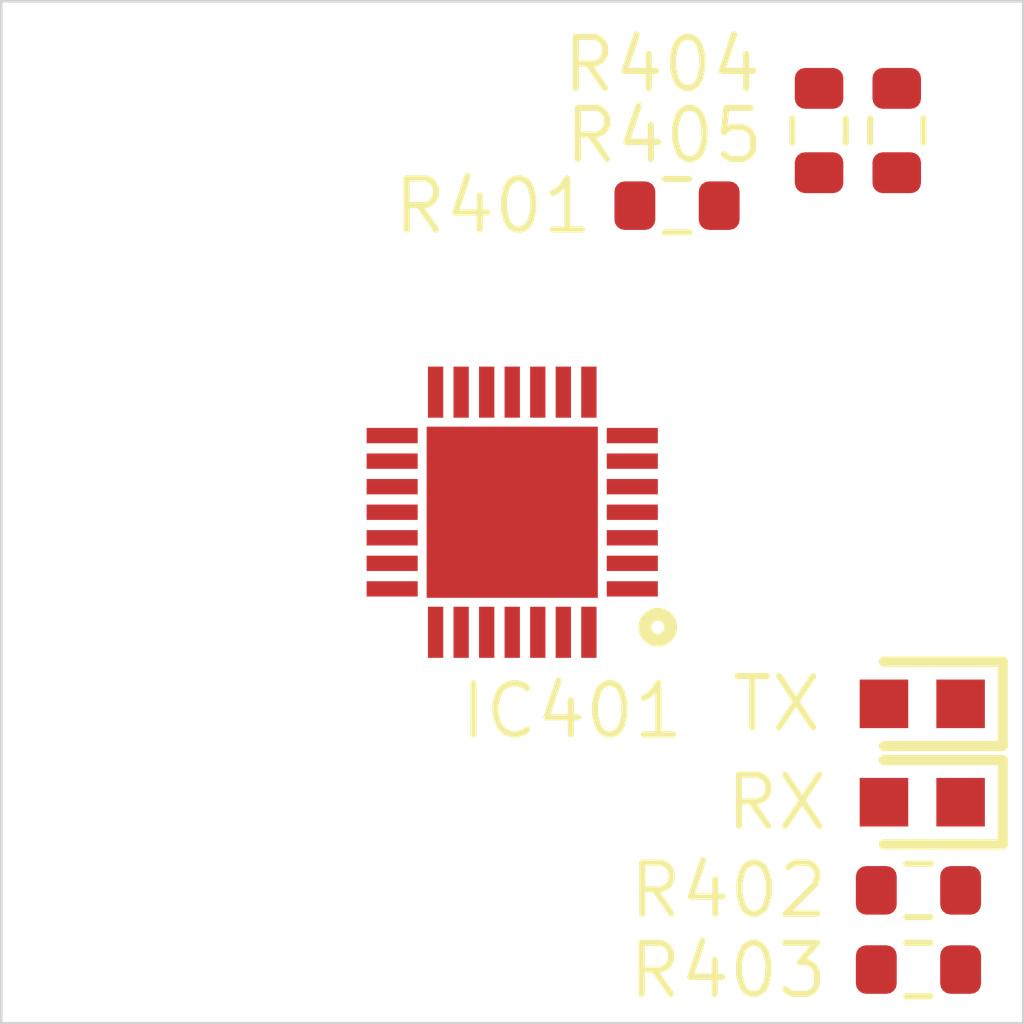
<source format=kicad_pcb>
(kicad_pcb (version 20171130) (host pcbnew 5.1.12-84ad8e8a86~92~ubuntu18.04.1)

  (general
    (thickness 1.6)
    (drawings 4)
    (tracks 0)
    (zones 0)
    (modules 8)
    (nets 31)
  )

  (page A4)
  (title_block
    (title "dual thermocouple datalogger")
    (date 2021-01-15)
    (rev v1.1a)
    (comment 3 "License: Proprietry")
    (comment 4 "Luke Vassallo")
  )

  (layers
    (0 F.Cu signal)
    (31 B.Cu signal)
    (32 B.Adhes user)
    (33 F.Adhes user)
    (34 B.Paste user)
    (35 F.Paste user)
    (36 B.SilkS user)
    (37 F.SilkS user)
    (38 B.Mask user)
    (39 F.Mask user)
    (40 Dwgs.User user)
    (41 Cmts.User user)
    (42 Eco1.User user)
    (43 Eco2.User user)
    (44 Edge.Cuts user)
    (45 Margin user)
    (46 B.CrtYd user)
    (47 F.CrtYd user)
    (48 B.Fab user hide)
    (49 F.Fab user hide)
  )

  (setup
    (last_trace_width 0.254)
    (user_trace_width 0.2)
    (user_trace_width 0.3)
    (user_trace_width 0.4)
    (user_trace_width 0.45)
    (user_trace_width 0.5)
    (user_trace_width 0.6)
    (user_trace_width 0.8)
    (user_trace_width 0.9)
    (user_trace_width 1)
    (trace_clearance 0.2)
    (zone_clearance 0)
    (zone_45_only no)
    (trace_min 0.2)
    (via_size 0.8)
    (via_drill 0.4)
    (via_min_size 0.4)
    (via_min_drill 0.3)
    (user_via 0.6 0.3)
    (user_via 6.5 3.5)
    (uvia_size 0.3)
    (uvia_drill 0.1)
    (uvias_allowed no)
    (uvia_min_size 0.2)
    (uvia_min_drill 0.1)
    (edge_width 0.05)
    (segment_width 0.2)
    (pcb_text_width 0.3)
    (pcb_text_size 1.5 1.5)
    (mod_edge_width 0.12)
    (mod_text_size 1 1)
    (mod_text_width 0.15)
    (pad_size 0.4 1.35)
    (pad_drill 0)
    (pad_to_mask_clearance 0)
    (aux_axis_origin 0 0)
    (visible_elements FFFFFF7F)
    (pcbplotparams
      (layerselection 0x010f0_ffffffff)
      (usegerberextensions false)
      (usegerberattributes true)
      (usegerberadvancedattributes true)
      (creategerberjobfile true)
      (excludeedgelayer true)
      (linewidth 0.100000)
      (plotframeref false)
      (viasonmask false)
      (mode 1)
      (useauxorigin false)
      (hpglpennumber 1)
      (hpglpenspeed 20)
      (hpglpendiameter 15.000000)
      (psnegative false)
      (psa4output false)
      (plotreference true)
      (plotvalue true)
      (plotinvisibletext false)
      (padsonsilk false)
      (subtractmaskfromsilk false)
      (outputformat 1)
      (mirror false)
      (drillshape 0)
      (scaleselection 1)
      (outputdirectory "fabrication-outputs/"))
  )

  (net 0 "")
  (net 1 3V3)
  (net 2 /serial/USB_DP)
  (net 3 /serial/USB_DN)
  (net 4 /serial/VBUS)
  (net 5 USB_5V0)
  (net 6 GND)
  (net 7 "Net-(IC401-Pad1)")
  (net 8 "Net-(IC401-Pad9)")
  (net 9 "Net-(IC401-Pad10)")
  (net 10 "Net-(IC401-Pad11)")
  (net 11 "Net-(IC401-Pad12)")
  (net 12 "Net-(IC401-Pad15)")
  (net 13 "Net-(IC401-Pad17)")
  (net 14 "Net-(IC401-Pad22)")
  (net 15 "Net-(IC401-Pad2)")
  (net 16 "Net-(IC401-Pad13)")
  (net 17 "Net-(IC401-Pad14)")
  (net 18 "Net-(IC401-Pad16)")
  (net 19 /serial/RXT)
  (net 20 /serial/TXT)
  (net 21 "Net-(IC401-Pad20)")
  (net 22 "Net-(IC401-Pad21)")
  (net 23 "Net-(IC401-Pad23)")
  (net 24 "Net-(IC401-Pad24)")
  (net 25 /processor/mcu_tx2)
  (net 26 /processor/mcu_rx2)
  (net 27 "Net-(IC401-Pad27)")
  (net 28 "Net-(IC401-Pad28)")
  (net 29 "Net-(R402-Pad1)")
  (net 30 "Net-(R403-Pad1)")

  (net_class Default "This is the default net class."
    (clearance 0.2)
    (trace_width 0.254)
    (via_dia 0.8)
    (via_drill 0.4)
    (uvia_dia 0.3)
    (uvia_drill 0.1)
    (add_net /processor/mcu_rx2)
    (add_net /processor/mcu_tx2)
    (add_net /serial/RXT)
    (add_net /serial/TXT)
    (add_net /serial/USB_DN)
    (add_net /serial/USB_DP)
    (add_net /serial/VBUS)
    (add_net 3V3)
    (add_net GND)
    (add_net "Net-(IC401-Pad1)")
    (add_net "Net-(IC401-Pad10)")
    (add_net "Net-(IC401-Pad11)")
    (add_net "Net-(IC401-Pad12)")
    (add_net "Net-(IC401-Pad13)")
    (add_net "Net-(IC401-Pad14)")
    (add_net "Net-(IC401-Pad15)")
    (add_net "Net-(IC401-Pad16)")
    (add_net "Net-(IC401-Pad17)")
    (add_net "Net-(IC401-Pad2)")
    (add_net "Net-(IC401-Pad20)")
    (add_net "Net-(IC401-Pad21)")
    (add_net "Net-(IC401-Pad22)")
    (add_net "Net-(IC401-Pad23)")
    (add_net "Net-(IC401-Pad24)")
    (add_net "Net-(IC401-Pad27)")
    (add_net "Net-(IC401-Pad28)")
    (add_net "Net-(IC401-Pad9)")
    (add_net "Net-(R402-Pad1)")
    (add_net "Net-(R403-Pad1)")
    (add_net USB_5V0)
  )

  (module QFN50P500X500X80-29N-D locked (layer F.Cu) (tedit 6005DA0D) (tstamp 6059871D)
    (at 160 70 180)
    (descr qfd)
    (tags "Integrated Circuit")
    (path /5FFF6FE5/605C0994)
    (attr smd)
    (fp_text reference IC401 (at -1.17 -3.89) (layer F.SilkS)
      (effects (font (size 1 1) (thickness 0.12)))
    )
    (fp_text value CP2102N-A02-GQFN28R (at 0 0) (layer F.SilkS) hide
      (effects (font (size 1 1) (thickness 0.12)))
    )
    (fp_circle (center -2.85 -2.25) (end -2.725 -2.25) (layer F.SilkS) (width 0.254))
    (fp_line (start -2.5 -2) (end -2 -2.5) (layer Dwgs.User) (width 0.1))
    (fp_line (start -2.5 2.5) (end -2.5 -2.5) (layer Dwgs.User) (width 0.1))
    (fp_line (start 2.5 2.5) (end -2.5 2.5) (layer Dwgs.User) (width 0.1))
    (fp_line (start 2.5 -2.5) (end 2.5 2.5) (layer Dwgs.User) (width 0.1))
    (fp_line (start -2.5 -2.5) (end 2.5 -2.5) (layer Dwgs.User) (width 0.1))
    (fp_line (start -3.1 3.1) (end -3.1 -3.1) (layer Dwgs.User) (width 0.05))
    (fp_line (start 3.1 3.1) (end -3.1 3.1) (layer Dwgs.User) (width 0.05))
    (fp_line (start 3.1 -3.1) (end 3.1 3.1) (layer Dwgs.User) (width 0.05))
    (fp_line (start -3.1 -3.1) (end 3.1 -3.1) (layer Dwgs.User) (width 0.05))
    (pad 1 smd rect (at -2.35 -1.5 270) (size 0.3 1) (layers F.Cu F.Paste F.Mask)
      (net 7 "Net-(IC401-Pad1)"))
    (pad 2 smd rect (at -2.35 -1 270) (size 0.3 1) (layers F.Cu F.Paste F.Mask)
      (net 15 "Net-(IC401-Pad2)"))
    (pad 3 smd rect (at -2.35 -0.5 270) (size 0.3 1) (layers F.Cu F.Paste F.Mask)
      (net 6 GND))
    (pad 4 smd rect (at -2.35 0 270) (size 0.3 1) (layers F.Cu F.Paste F.Mask)
      (net 2 /serial/USB_DP))
    (pad 5 smd rect (at -2.35 0.5 270) (size 0.3 1) (layers F.Cu F.Paste F.Mask)
      (net 3 /serial/USB_DN))
    (pad 6 smd rect (at -2.35 1 270) (size 0.3 1) (layers F.Cu F.Paste F.Mask)
      (net 1 3V3))
    (pad 7 smd rect (at -2.35 1.5 270) (size 0.3 1) (layers F.Cu F.Paste F.Mask)
      (net 1 3V3))
    (pad 8 smd rect (at -1.5 2.35 180) (size 0.3 1) (layers F.Cu F.Paste F.Mask)
      (net 4 /serial/VBUS))
    (pad 9 smd rect (at -1 2.35 180) (size 0.3 1) (layers F.Cu F.Paste F.Mask)
      (net 8 "Net-(IC401-Pad9)"))
    (pad 10 smd rect (at -0.5 2.35 180) (size 0.3 1) (layers F.Cu F.Paste F.Mask)
      (net 9 "Net-(IC401-Pad10)"))
    (pad 11 smd rect (at 0 2.35 180) (size 0.3 1) (layers F.Cu F.Paste F.Mask)
      (net 10 "Net-(IC401-Pad11)"))
    (pad 12 smd rect (at 0.5 2.35 180) (size 0.3 1) (layers F.Cu F.Paste F.Mask)
      (net 11 "Net-(IC401-Pad12)"))
    (pad 13 smd rect (at 1 2.35 180) (size 0.3 1) (layers F.Cu F.Paste F.Mask)
      (net 16 "Net-(IC401-Pad13)"))
    (pad 14 smd rect (at 1.5 2.35 180) (size 0.3 1) (layers F.Cu F.Paste F.Mask)
      (net 17 "Net-(IC401-Pad14)"))
    (pad 15 smd rect (at 2.35 1.5 270) (size 0.3 1) (layers F.Cu F.Paste F.Mask)
      (net 12 "Net-(IC401-Pad15)"))
    (pad 16 smd rect (at 2.35 1 270) (size 0.3 1) (layers F.Cu F.Paste F.Mask)
      (net 18 "Net-(IC401-Pad16)"))
    (pad 17 smd rect (at 2.35 0.5 270) (size 0.3 1) (layers F.Cu F.Paste F.Mask)
      (net 13 "Net-(IC401-Pad17)"))
    (pad 18 smd rect (at 2.35 0 270) (size 0.3 1) (layers F.Cu F.Paste F.Mask)
      (net 19 /serial/RXT))
    (pad 19 smd rect (at 2.35 -0.5 270) (size 0.3 1) (layers F.Cu F.Paste F.Mask)
      (net 20 /serial/TXT))
    (pad 20 smd rect (at 2.35 -1 270) (size 0.3 1) (layers F.Cu F.Paste F.Mask)
      (net 21 "Net-(IC401-Pad20)"))
    (pad 21 smd rect (at 2.35 -1.5 270) (size 0.3 1) (layers F.Cu F.Paste F.Mask)
      (net 22 "Net-(IC401-Pad21)"))
    (pad 22 smd rect (at 1.5 -2.35 180) (size 0.3 1) (layers F.Cu F.Paste F.Mask)
      (net 14 "Net-(IC401-Pad22)"))
    (pad 23 smd rect (at 1 -2.35 180) (size 0.3 1) (layers F.Cu F.Paste F.Mask)
      (net 23 "Net-(IC401-Pad23)"))
    (pad 24 smd rect (at 0.5 -2.35 180) (size 0.3 1) (layers F.Cu F.Paste F.Mask)
      (net 24 "Net-(IC401-Pad24)"))
    (pad 25 smd rect (at 0 -2.35 180) (size 0.3 1) (layers F.Cu F.Paste F.Mask)
      (net 25 /processor/mcu_tx2))
    (pad 26 smd rect (at -0.5 -2.35 180) (size 0.3 1) (layers F.Cu F.Paste F.Mask)
      (net 26 /processor/mcu_rx2))
    (pad 27 smd rect (at -1 -2.35 180) (size 0.3 1) (layers F.Cu F.Paste F.Mask)
      (net 27 "Net-(IC401-Pad27)"))
    (pad 28 smd rect (at -1.5 -2.35 180) (size 0.3 1) (layers F.Cu F.Paste F.Mask)
      (net 28 "Net-(IC401-Pad28)"))
    (pad 29 smd rect (at 0 0 180) (size 3.35 3.35) (layers F.Cu F.Paste F.Mask)
      (net 6 GND))
    (model /home/luke/thermocouple-logger/hw/samacsys/LIB_CP2102N-A02-GQFN28R/CP2102N-A02-GQFN28R/3D/CP2102N-A02-GQFN28R.stp
      (at (xyz 0 0 0))
      (scale (xyz 1 1 1))
      (rotate (xyz 0 0 0))
    )
  )

  (module 150060VS75000:LEDC1608X80N (layer F.Cu) (tedit 6001F626) (tstamp 6059449A)
    (at 168.025 75.675 180)
    (descr 150060GS75000)
    (tags LED)
    (path /5FFF6FE5/603ACB38)
    (attr smd)
    (fp_text reference RX (at 2.85 -0.005) (layer F.SilkS)
      (effects (font (size 1 1) (thickness 0.12)))
    )
    (fp_text value 150060VS75000 (at 0 0) (layer F.SilkS) hide
      (effects (font (size 1 1) (thickness 0.12)))
    )
    (fp_line (start -1.575 0.825) (end 0.75 0.825) (layer F.SilkS) (width 0.2))
    (fp_line (start -1.575 -0.825) (end -1.575 0.825) (layer F.SilkS) (width 0.2))
    (fp_line (start 0.75 -0.825) (end -1.575 -0.825) (layer F.SilkS) (width 0.2))
    (fp_line (start -0.8 -0.133) (end -0.533 -0.4) (layer Dwgs.User) (width 0.1))
    (fp_line (start -0.8 0.4) (end -0.8 -0.4) (layer Dwgs.User) (width 0.1))
    (fp_line (start 0.8 0.4) (end -0.8 0.4) (layer Dwgs.User) (width 0.1))
    (fp_line (start 0.8 -0.4) (end 0.8 0.4) (layer Dwgs.User) (width 0.1))
    (fp_line (start -0.8 -0.4) (end 0.8 -0.4) (layer Dwgs.User) (width 0.1))
    (fp_line (start -1.675 0.925) (end -1.675 -0.925) (layer Dwgs.User) (width 0.05))
    (fp_line (start 1.675 0.925) (end -1.675 0.925) (layer Dwgs.User) (width 0.05))
    (fp_line (start 1.675 -0.925) (end 1.675 0.925) (layer Dwgs.User) (width 0.05))
    (fp_line (start -1.675 -0.925) (end 1.675 -0.925) (layer Dwgs.User) (width 0.05))
    (pad 1 smd rect (at -0.75 0 270) (size 0.95 0.95) (layers F.Cu F.Paste F.Mask)
      (net 20 /serial/TXT))
    (pad 2 smd rect (at 0.75 0 270) (size 0.95 0.95) (layers F.Cu F.Paste F.Mask)
      (net 29 "Net-(R402-Pad1)"))
  )

  (module 150060VS75000:LEDC1608X80N (layer F.Cu) (tedit 6001F626) (tstamp 605944AC)
    (at 168.025 73.75 180)
    (descr 150060GS75000)
    (tags LED)
    (path /5FFF6FE5/603B9046)
    (attr smd)
    (fp_text reference TX (at 2.85 0) (layer F.SilkS)
      (effects (font (size 1 1) (thickness 0.12)))
    )
    (fp_text value 150060VS75000 (at 0 0) (layer F.SilkS) hide
      (effects (font (size 1 1) (thickness 0.12)))
    )
    (fp_line (start -1.675 -0.925) (end 1.675 -0.925) (layer Dwgs.User) (width 0.05))
    (fp_line (start 1.675 -0.925) (end 1.675 0.925) (layer Dwgs.User) (width 0.05))
    (fp_line (start 1.675 0.925) (end -1.675 0.925) (layer Dwgs.User) (width 0.05))
    (fp_line (start -1.675 0.925) (end -1.675 -0.925) (layer Dwgs.User) (width 0.05))
    (fp_line (start -0.8 -0.4) (end 0.8 -0.4) (layer Dwgs.User) (width 0.1))
    (fp_line (start 0.8 -0.4) (end 0.8 0.4) (layer Dwgs.User) (width 0.1))
    (fp_line (start 0.8 0.4) (end -0.8 0.4) (layer Dwgs.User) (width 0.1))
    (fp_line (start -0.8 0.4) (end -0.8 -0.4) (layer Dwgs.User) (width 0.1))
    (fp_line (start -0.8 -0.133) (end -0.533 -0.4) (layer Dwgs.User) (width 0.1))
    (fp_line (start 0.75 -0.825) (end -1.575 -0.825) (layer F.SilkS) (width 0.2))
    (fp_line (start -1.575 -0.825) (end -1.575 0.825) (layer F.SilkS) (width 0.2))
    (fp_line (start -1.575 0.825) (end 0.75 0.825) (layer F.SilkS) (width 0.2))
    (pad 2 smd rect (at 0.75 0 270) (size 0.95 0.95) (layers F.Cu F.Paste F.Mask)
      (net 30 "Net-(R403-Pad1)"))
    (pad 1 smd rect (at -0.75 0 270) (size 0.95 0.95) (layers F.Cu F.Paste F.Mask)
      (net 19 /serial/RXT))
  )

  (module Resistor_SMD:R_0603_1608Metric (layer F.Cu) (tedit 5F68FEEE) (tstamp 605986D0)
    (at 163.225 64)
    (descr "Resistor SMD 0603 (1608 Metric), square (rectangular) end terminal, IPC_7351 nominal, (Body size source: IPC-SM-782 page 72, https://www.pcb-3d.com/wordpress/wp-content/uploads/ipc-sm-782a_amendment_1_and_2.pdf), generated with kicad-footprint-generator")
    (tags resistor)
    (path /5FFF6FE5/60020317)
    (attr smd)
    (fp_text reference R401 (at -3.6 0.01) (layer F.SilkS)
      (effects (font (size 1 1) (thickness 0.12)))
    )
    (fp_text value 4.7k (at 0 1.43) (layer F.Fab)
      (effects (font (size 1 1) (thickness 0.15)))
    )
    (fp_line (start -0.8 0.4125) (end -0.8 -0.4125) (layer F.Fab) (width 0.1))
    (fp_line (start -0.8 -0.4125) (end 0.8 -0.4125) (layer F.Fab) (width 0.1))
    (fp_line (start 0.8 -0.4125) (end 0.8 0.4125) (layer F.Fab) (width 0.1))
    (fp_line (start 0.8 0.4125) (end -0.8 0.4125) (layer F.Fab) (width 0.1))
    (fp_line (start -0.237258 -0.5225) (end 0.237258 -0.5225) (layer F.SilkS) (width 0.12))
    (fp_line (start -0.237258 0.5225) (end 0.237258 0.5225) (layer F.SilkS) (width 0.12))
    (fp_line (start -1.48 0.73) (end -1.48 -0.73) (layer F.CrtYd) (width 0.05))
    (fp_line (start -1.48 -0.73) (end 1.48 -0.73) (layer F.CrtYd) (width 0.05))
    (fp_line (start 1.48 -0.73) (end 1.48 0.73) (layer F.CrtYd) (width 0.05))
    (fp_line (start 1.48 0.73) (end -1.48 0.73) (layer F.CrtYd) (width 0.05))
    (fp_text user %R (at 0 0) (layer F.Fab)
      (effects (font (size 0.4 0.4) (thickness 0.06)))
    )
    (pad 1 smd roundrect (at -0.825 0) (size 0.8 0.95) (layers F.Cu F.Paste F.Mask) (roundrect_rratio 0.25)
      (net 1 3V3))
    (pad 2 smd roundrect (at 0.825 0) (size 0.8 0.95) (layers F.Cu F.Paste F.Mask) (roundrect_rratio 0.25)
      (net 8 "Net-(IC401-Pad9)"))
    (model ${KISYS3DMOD}/Resistor_SMD.3dshapes/R_0603_1608Metric.wrl
      (at (xyz 0 0 0))
      (scale (xyz 1 1 1))
      (rotate (xyz 0 0 0))
    )
  )

  (module Resistor_SMD:R_0603_1608Metric (layer F.Cu) (tedit 5F68FEEE) (tstamp 605944CE)
    (at 167.95 77.4)
    (descr "Resistor SMD 0603 (1608 Metric), square (rectangular) end terminal, IPC_7351 nominal, (Body size source: IPC-SM-782 page 72, https://www.pcb-3d.com/wordpress/wp-content/uploads/ipc-sm-782a_amendment_1_and_2.pdf), generated with kicad-footprint-generator")
    (tags resistor)
    (path /5FFF6FE5/6009ECD7)
    (attr smd)
    (fp_text reference R402 (at -3.715 0) (layer F.SilkS)
      (effects (font (size 1 1) (thickness 0.12)))
    )
    (fp_text value 750 (at 0 1.43) (layer F.Fab)
      (effects (font (size 1 1) (thickness 0.15)))
    )
    (fp_line (start 1.48 0.73) (end -1.48 0.73) (layer F.CrtYd) (width 0.05))
    (fp_line (start 1.48 -0.73) (end 1.48 0.73) (layer F.CrtYd) (width 0.05))
    (fp_line (start -1.48 -0.73) (end 1.48 -0.73) (layer F.CrtYd) (width 0.05))
    (fp_line (start -1.48 0.73) (end -1.48 -0.73) (layer F.CrtYd) (width 0.05))
    (fp_line (start -0.237258 0.5225) (end 0.237258 0.5225) (layer F.SilkS) (width 0.12))
    (fp_line (start -0.237258 -0.5225) (end 0.237258 -0.5225) (layer F.SilkS) (width 0.12))
    (fp_line (start 0.8 0.4125) (end -0.8 0.4125) (layer F.Fab) (width 0.1))
    (fp_line (start 0.8 -0.4125) (end 0.8 0.4125) (layer F.Fab) (width 0.1))
    (fp_line (start -0.8 -0.4125) (end 0.8 -0.4125) (layer F.Fab) (width 0.1))
    (fp_line (start -0.8 0.4125) (end -0.8 -0.4125) (layer F.Fab) (width 0.1))
    (fp_text user %R (at 0 0) (layer F.Fab)
      (effects (font (size 0.4 0.4) (thickness 0.06)))
    )
    (pad 2 smd roundrect (at 0.825 0) (size 0.8 0.95) (layers F.Cu F.Paste F.Mask) (roundrect_rratio 0.25)
      (net 1 3V3))
    (pad 1 smd roundrect (at -0.825 0) (size 0.8 0.95) (layers F.Cu F.Paste F.Mask) (roundrect_rratio 0.25)
      (net 29 "Net-(R402-Pad1)"))
    (model ${KISYS3DMOD}/Resistor_SMD.3dshapes/R_0603_1608Metric.wrl
      (at (xyz 0 0 0))
      (scale (xyz 1 1 1))
      (rotate (xyz 0 0 0))
    )
  )

  (module Resistor_SMD:R_0603_1608Metric (layer F.Cu) (tedit 5F68FEEE) (tstamp 605944DF)
    (at 167.95 78.95)
    (descr "Resistor SMD 0603 (1608 Metric), square (rectangular) end terminal, IPC_7351 nominal, (Body size source: IPC-SM-782 page 72, https://www.pcb-3d.com/wordpress/wp-content/uploads/ipc-sm-782a_amendment_1_and_2.pdf), generated with kicad-footprint-generator")
    (tags resistor)
    (path /5FFF6FE5/600A14A6)
    (attr smd)
    (fp_text reference R403 (at -3.725 0.02) (layer F.SilkS)
      (effects (font (size 1 1) (thickness 0.12)))
    )
    (fp_text value 750 (at 0 1.43) (layer F.Fab)
      (effects (font (size 1 1) (thickness 0.15)))
    )
    (fp_line (start -0.8 0.4125) (end -0.8 -0.4125) (layer F.Fab) (width 0.1))
    (fp_line (start -0.8 -0.4125) (end 0.8 -0.4125) (layer F.Fab) (width 0.1))
    (fp_line (start 0.8 -0.4125) (end 0.8 0.4125) (layer F.Fab) (width 0.1))
    (fp_line (start 0.8 0.4125) (end -0.8 0.4125) (layer F.Fab) (width 0.1))
    (fp_line (start -0.237258 -0.5225) (end 0.237258 -0.5225) (layer F.SilkS) (width 0.12))
    (fp_line (start -0.237258 0.5225) (end 0.237258 0.5225) (layer F.SilkS) (width 0.12))
    (fp_line (start -1.48 0.73) (end -1.48 -0.73) (layer F.CrtYd) (width 0.05))
    (fp_line (start -1.48 -0.73) (end 1.48 -0.73) (layer F.CrtYd) (width 0.05))
    (fp_line (start 1.48 -0.73) (end 1.48 0.73) (layer F.CrtYd) (width 0.05))
    (fp_line (start 1.48 0.73) (end -1.48 0.73) (layer F.CrtYd) (width 0.05))
    (fp_text user %R (at 0 0) (layer F.Fab)
      (effects (font (size 0.4 0.4) (thickness 0.06)))
    )
    (pad 1 smd roundrect (at -0.825 0) (size 0.8 0.95) (layers F.Cu F.Paste F.Mask) (roundrect_rratio 0.25)
      (net 30 "Net-(R403-Pad1)"))
    (pad 2 smd roundrect (at 0.825 0) (size 0.8 0.95) (layers F.Cu F.Paste F.Mask) (roundrect_rratio 0.25)
      (net 1 3V3))
    (model ${KISYS3DMOD}/Resistor_SMD.3dshapes/R_0603_1608Metric.wrl
      (at (xyz 0 0 0))
      (scale (xyz 1 1 1))
      (rotate (xyz 0 0 0))
    )
  )

  (module Resistor_SMD:R_0603_1608Metric (layer F.Cu) (tedit 5F68FEEE) (tstamp 6059865B)
    (at 167.525 62.53 90)
    (descr "Resistor SMD 0603 (1608 Metric), square (rectangular) end terminal, IPC_7351 nominal, (Body size source: IPC-SM-782 page 72, https://www.pcb-3d.com/wordpress/wp-content/uploads/ipc-sm-782a_amendment_1_and_2.pdf), generated with kicad-footprint-generator")
    (tags resistor)
    (path /5FFF6FE5/6004A24E)
    (attr smd)
    (fp_text reference R404 (at 1.29 -4.59 180) (layer F.SilkS)
      (effects (font (size 1 1) (thickness 0.12)))
    )
    (fp_text value 22.1k (at 0 1.43 90) (layer F.Fab)
      (effects (font (size 1 1) (thickness 0.15)))
    )
    (fp_line (start 1.48 0.73) (end -1.48 0.73) (layer F.CrtYd) (width 0.05))
    (fp_line (start 1.48 -0.73) (end 1.48 0.73) (layer F.CrtYd) (width 0.05))
    (fp_line (start -1.48 -0.73) (end 1.48 -0.73) (layer F.CrtYd) (width 0.05))
    (fp_line (start -1.48 0.73) (end -1.48 -0.73) (layer F.CrtYd) (width 0.05))
    (fp_line (start -0.237258 0.5225) (end 0.237258 0.5225) (layer F.SilkS) (width 0.12))
    (fp_line (start -0.237258 -0.5225) (end 0.237258 -0.5225) (layer F.SilkS) (width 0.12))
    (fp_line (start 0.8 0.4125) (end -0.8 0.4125) (layer F.Fab) (width 0.1))
    (fp_line (start 0.8 -0.4125) (end 0.8 0.4125) (layer F.Fab) (width 0.1))
    (fp_line (start -0.8 -0.4125) (end 0.8 -0.4125) (layer F.Fab) (width 0.1))
    (fp_line (start -0.8 0.4125) (end -0.8 -0.4125) (layer F.Fab) (width 0.1))
    (fp_text user %R (at 0 0 90) (layer F.Fab)
      (effects (font (size 0.4 0.4) (thickness 0.06)))
    )
    (pad 2 smd roundrect (at 0.825 0 90) (size 0.8 0.95) (layers F.Cu F.Paste F.Mask) (roundrect_rratio 0.25)
      (net 5 USB_5V0))
    (pad 1 smd roundrect (at -0.825 0 90) (size 0.8 0.95) (layers F.Cu F.Paste F.Mask) (roundrect_rratio 0.25)
      (net 4 /serial/VBUS))
    (model ${KISYS3DMOD}/Resistor_SMD.3dshapes/R_0603_1608Metric.wrl
      (at (xyz 0 0 0))
      (scale (xyz 1 1 1))
      (rotate (xyz 0 0 0))
    )
  )

  (module Resistor_SMD:R_0603_1608Metric (layer F.Cu) (tedit 5F68FEEE) (tstamp 605985EF)
    (at 166.005 62.53 270)
    (descr "Resistor SMD 0603 (1608 Metric), square (rectangular) end terminal, IPC_7351 nominal, (Body size source: IPC-SM-782 page 72, https://www.pcb-3d.com/wordpress/wp-content/uploads/ipc-sm-782a_amendment_1_and_2.pdf), generated with kicad-footprint-generator")
    (tags resistor)
    (path /5FFF6FE5/6004AB57)
    (attr smd)
    (fp_text reference R405 (at 0.1 3.03 180) (layer F.SilkS)
      (effects (font (size 1 1) (thickness 0.12)))
    )
    (fp_text value 47.5k (at 0 1.43 90) (layer F.Fab)
      (effects (font (size 1 1) (thickness 0.15)))
    )
    (fp_line (start -0.8 0.4125) (end -0.8 -0.4125) (layer F.Fab) (width 0.1))
    (fp_line (start -0.8 -0.4125) (end 0.8 -0.4125) (layer F.Fab) (width 0.1))
    (fp_line (start 0.8 -0.4125) (end 0.8 0.4125) (layer F.Fab) (width 0.1))
    (fp_line (start 0.8 0.4125) (end -0.8 0.4125) (layer F.Fab) (width 0.1))
    (fp_line (start -0.237258 -0.5225) (end 0.237258 -0.5225) (layer F.SilkS) (width 0.12))
    (fp_line (start -0.237258 0.5225) (end 0.237258 0.5225) (layer F.SilkS) (width 0.12))
    (fp_line (start -1.48 0.73) (end -1.48 -0.73) (layer F.CrtYd) (width 0.05))
    (fp_line (start -1.48 -0.73) (end 1.48 -0.73) (layer F.CrtYd) (width 0.05))
    (fp_line (start 1.48 -0.73) (end 1.48 0.73) (layer F.CrtYd) (width 0.05))
    (fp_line (start 1.48 0.73) (end -1.48 0.73) (layer F.CrtYd) (width 0.05))
    (fp_text user %R (at 0 0 90) (layer F.Fab)
      (effects (font (size 0.4 0.4) (thickness 0.06)))
    )
    (pad 1 smd roundrect (at -0.825 0 270) (size 0.8 0.95) (layers F.Cu F.Paste F.Mask) (roundrect_rratio 0.25)
      (net 6 GND))
    (pad 2 smd roundrect (at 0.825 0 270) (size 0.8 0.95) (layers F.Cu F.Paste F.Mask) (roundrect_rratio 0.25)
      (net 4 /serial/VBUS))
    (model ${KISYS3DMOD}/Resistor_SMD.3dshapes/R_0603_1608Metric.wrl
      (at (xyz 0 0 0))
      (scale (xyz 1 1 1))
      (rotate (xyz 0 0 0))
    )
  )

  (gr_line (start 150 60) (end 170 60) (layer Edge.Cuts) (width 0.05) (tstamp 60259A4B))
  (gr_line (start 150 60) (end 150 80) (layer Edge.Cuts) (width 0.05))
  (gr_line (start 150 80) (end 170 80) (layer Edge.Cuts) (width 0.05))
  (gr_line (start 170 60) (end 170 80) (layer Edge.Cuts) (width 0.05) (tstamp 60259A48))

)

</source>
